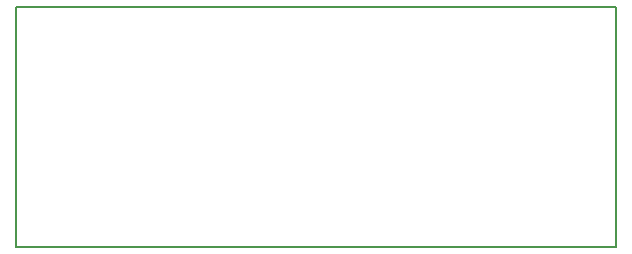
<source format=gbr>
G04 #@! TF.FileFunction,Profile,NP*
%FSLAX46Y46*%
G04 Gerber Fmt 4.6, Leading zero omitted, Abs format (unit mm)*
G04 Created by KiCad (PCBNEW 4.0.7) date 03/31/18 19:23:34*
%MOMM*%
%LPD*%
G01*
G04 APERTURE LIST*
%ADD10C,0.150000*%
G04 APERTURE END LIST*
D10*
X86385400Y-35560000D02*
X86385400Y-41910000D01*
X80035400Y-35560000D02*
X86385400Y-35560000D01*
X86385400Y-55880000D02*
X80035400Y-55880000D01*
X86385400Y-49530000D02*
X86385400Y-55880000D01*
X35585400Y-35560000D02*
X35585400Y-41910000D01*
X41935400Y-35560000D02*
X35585400Y-35560000D01*
X35585400Y-55880000D02*
X35585400Y-49276000D01*
X42189400Y-55880000D02*
X35585400Y-55880000D01*
X35585400Y-41910000D02*
X35585400Y-49530000D01*
X86385400Y-41910000D02*
X86385400Y-49530000D01*
X80035400Y-55880000D02*
X41935400Y-55880000D01*
X41935400Y-35560000D02*
X80035400Y-35560000D01*
M02*

</source>
